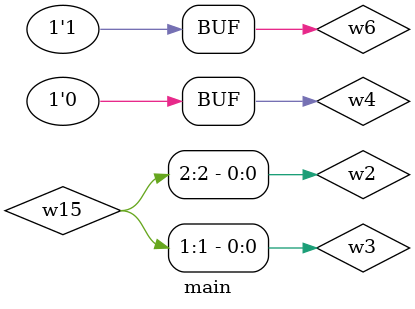
<source format=v>

`timescale 1ns/1ns

module main;    //: root_module
supply1 w6;    //: /sn:0 {0}(345,170)(316,170)(316,182){1}
//: {2}(318,184)(345,184){3}
//: {4}(316,186)(316,261){5}
supply0 w4;    //: /sn:0 {0}(345,150)(260,150)(260,175){1}
//: {2}(262,177)(345,177){3}
//: {4}(260,179)(260,185)(261,185)(261,188){5}
//: {6}(263,190)(345,190){7}
//: {8}(261,192)(261,261){9}
reg w3;    //: /sn:0 {0}(361,356)(361,264){1}
reg w0;    //: /sn:0 {0}(161,197)(218,197){1}
reg w1;    //: /sn:0 {0}(351,264)(351,340)(288,340)(288,355){1}
reg w2;    //: /sn:0 {0}(371,264)(371,341)(424,341)(424,356){1}
wire w16;    //: /sn:0 {0}(374,174)(430,174){1}
wire [2:0] w15;    //: /sn:0 {0}(#:361,258)(361,197){1}
wire w5;    //: /sn:0 {0}(234,197)(292,197){1}
//: {2}(296,197)(345,197){3}
//: {4}(294,195)(294,166){5}
//: {6}(296,164)(345,164){7}
//: {8}(294,162)(294,157)(345,157){9}
//: enddecls

  //: joint g8 (w5) @(294, 197) /w:[ 2 4 1 -1 ]
  _GGNBUF #(2) g4 (.I(w0), .Z(w5));   //: @(224,197) /sn:0 /w:[ 1 0 ]
  //: joint g13 (w6) @(316, 184) /w:[ 2 1 -1 4 ]
  //: SWITCH g3 (w3) @(361,370) /sn:0 /R:1 /w:[ 0 ] /st:1 /dn:1
  //: SWITCH g2 (w2) @(424,370) /sn:0 /R:1 /w:[ 1 ] /st:0 /dn:1
  //: SWITCH g1 (w1) @(288,369) /sn:0 /R:1 /w:[ 1 ] /st:0 /dn:1
  //: comment g16 @(360,394) /sn:0 /R:2
  //: /line:"B"
  //: /end
  //: LED g11 (w16) @(437,174) /sn:0 /R:3 /w:[ 1 ] /type:0
  //: joint g10 (w4) @(261, 190) /w:[ 6 5 -1 8 ]
  //: VDD g6 (w6) @(305,261) /sn:0 /R:2 /w:[ 5 ]
  //: joint g9 (w5) @(294, 164) /w:[ 6 8 -1 5 ]
  _GGMUX8 #(20, 20) g7 (.I0(w5), .I1(w4), .I2(w6), .I3(w4), .I4(w6), .I5(w5), .I6(w5), .I7(w4), .S(w15), .Z(w16));   //: @(361,174) /sn:0 /R:1 /w:[ 3 7 3 3 0 7 9 0 1 0 ] /ss:0 /do:0
  //: comment g15 @(418,396) /sn:0 /R:2
  //: /line:"A"
  //: /end
  //: comment g17 @(287,392) /sn:0 /R:2
  //: /line:"C"
  //: /end
  assign w15 = {w2, w3, w1}; //: CONCAT g14  @(361,259) /sn:0 /R:1 /w:[ 0 0 1 0 ] /dr:1 /tp:0 /drp:1
  //: GROUND g5 (w4) @(261,267) /sn:0 /w:[ 9 ]
  //: SWITCH g0 (w0) @(144,197) /sn:0 /w:[ 0 ] /st:0 /dn:1
  //: joint g12 (w4) @(260, 177) /w:[ 2 1 -1 4 ]

endmodule
//: /netlistEnd


</source>
